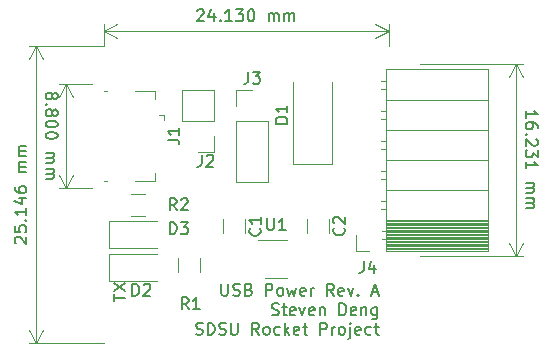
<source format=gbr>
G04 #@! TF.GenerationSoftware,KiCad,Pcbnew,5.1.6-c6e7f7d~86~ubuntu18.04.1*
G04 #@! TF.CreationDate,2020-05-25T21:41:21-07:00*
G04 #@! TF.ProjectId,usb_power,7573625f-706f-4776-9572-2e6b69636164,rev?*
G04 #@! TF.SameCoordinates,Original*
G04 #@! TF.FileFunction,Legend,Top*
G04 #@! TF.FilePolarity,Positive*
%FSLAX46Y46*%
G04 Gerber Fmt 4.6, Leading zero omitted, Abs format (unit mm)*
G04 Created by KiCad (PCBNEW 5.1.6-c6e7f7d~86~ubuntu18.04.1) date 2020-05-25 21:41:21*
%MOMM*%
%LPD*%
G01*
G04 APERTURE LIST*
%ADD10C,0.150000*%
%ADD11C,0.120000*%
G04 APERTURE END LIST*
D10*
X160463928Y-107784380D02*
X160463928Y-108593904D01*
X160511547Y-108689142D01*
X160559166Y-108736761D01*
X160654404Y-108784380D01*
X160844880Y-108784380D01*
X160940119Y-108736761D01*
X160987738Y-108689142D01*
X161035357Y-108593904D01*
X161035357Y-107784380D01*
X161463928Y-108736761D02*
X161606785Y-108784380D01*
X161844880Y-108784380D01*
X161940119Y-108736761D01*
X161987738Y-108689142D01*
X162035357Y-108593904D01*
X162035357Y-108498666D01*
X161987738Y-108403428D01*
X161940119Y-108355809D01*
X161844880Y-108308190D01*
X161654404Y-108260571D01*
X161559166Y-108212952D01*
X161511547Y-108165333D01*
X161463928Y-108070095D01*
X161463928Y-107974857D01*
X161511547Y-107879619D01*
X161559166Y-107832000D01*
X161654404Y-107784380D01*
X161892500Y-107784380D01*
X162035357Y-107832000D01*
X162797261Y-108260571D02*
X162940119Y-108308190D01*
X162987738Y-108355809D01*
X163035357Y-108451047D01*
X163035357Y-108593904D01*
X162987738Y-108689142D01*
X162940119Y-108736761D01*
X162844880Y-108784380D01*
X162463928Y-108784380D01*
X162463928Y-107784380D01*
X162797261Y-107784380D01*
X162892500Y-107832000D01*
X162940119Y-107879619D01*
X162987738Y-107974857D01*
X162987738Y-108070095D01*
X162940119Y-108165333D01*
X162892500Y-108212952D01*
X162797261Y-108260571D01*
X162463928Y-108260571D01*
X164225833Y-108784380D02*
X164225833Y-107784380D01*
X164606785Y-107784380D01*
X164702023Y-107832000D01*
X164749642Y-107879619D01*
X164797261Y-107974857D01*
X164797261Y-108117714D01*
X164749642Y-108212952D01*
X164702023Y-108260571D01*
X164606785Y-108308190D01*
X164225833Y-108308190D01*
X165368690Y-108784380D02*
X165273452Y-108736761D01*
X165225833Y-108689142D01*
X165178214Y-108593904D01*
X165178214Y-108308190D01*
X165225833Y-108212952D01*
X165273452Y-108165333D01*
X165368690Y-108117714D01*
X165511547Y-108117714D01*
X165606785Y-108165333D01*
X165654404Y-108212952D01*
X165702023Y-108308190D01*
X165702023Y-108593904D01*
X165654404Y-108689142D01*
X165606785Y-108736761D01*
X165511547Y-108784380D01*
X165368690Y-108784380D01*
X166035357Y-108117714D02*
X166225833Y-108784380D01*
X166416309Y-108308190D01*
X166606785Y-108784380D01*
X166797261Y-108117714D01*
X167559166Y-108736761D02*
X167463928Y-108784380D01*
X167273452Y-108784380D01*
X167178214Y-108736761D01*
X167130595Y-108641523D01*
X167130595Y-108260571D01*
X167178214Y-108165333D01*
X167273452Y-108117714D01*
X167463928Y-108117714D01*
X167559166Y-108165333D01*
X167606785Y-108260571D01*
X167606785Y-108355809D01*
X167130595Y-108451047D01*
X168035357Y-108784380D02*
X168035357Y-108117714D01*
X168035357Y-108308190D02*
X168082976Y-108212952D01*
X168130595Y-108165333D01*
X168225833Y-108117714D01*
X168321071Y-108117714D01*
X169987738Y-108784380D02*
X169654404Y-108308190D01*
X169416309Y-108784380D02*
X169416309Y-107784380D01*
X169797261Y-107784380D01*
X169892500Y-107832000D01*
X169940119Y-107879619D01*
X169987738Y-107974857D01*
X169987738Y-108117714D01*
X169940119Y-108212952D01*
X169892500Y-108260571D01*
X169797261Y-108308190D01*
X169416309Y-108308190D01*
X170797261Y-108736761D02*
X170702023Y-108784380D01*
X170511547Y-108784380D01*
X170416309Y-108736761D01*
X170368690Y-108641523D01*
X170368690Y-108260571D01*
X170416309Y-108165333D01*
X170511547Y-108117714D01*
X170702023Y-108117714D01*
X170797261Y-108165333D01*
X170844880Y-108260571D01*
X170844880Y-108355809D01*
X170368690Y-108451047D01*
X171178214Y-108117714D02*
X171416309Y-108784380D01*
X171654404Y-108117714D01*
X172035357Y-108689142D02*
X172082976Y-108736761D01*
X172035357Y-108784380D01*
X171987738Y-108736761D01*
X172035357Y-108689142D01*
X172035357Y-108784380D01*
X173225833Y-108498666D02*
X173702023Y-108498666D01*
X173130595Y-108784380D02*
X173463928Y-107784380D01*
X173797261Y-108784380D01*
X164749642Y-110386761D02*
X164892500Y-110434380D01*
X165130595Y-110434380D01*
X165225833Y-110386761D01*
X165273452Y-110339142D01*
X165321071Y-110243904D01*
X165321071Y-110148666D01*
X165273452Y-110053428D01*
X165225833Y-110005809D01*
X165130595Y-109958190D01*
X164940119Y-109910571D01*
X164844880Y-109862952D01*
X164797261Y-109815333D01*
X164749642Y-109720095D01*
X164749642Y-109624857D01*
X164797261Y-109529619D01*
X164844880Y-109482000D01*
X164940119Y-109434380D01*
X165178214Y-109434380D01*
X165321071Y-109482000D01*
X165606785Y-109767714D02*
X165987738Y-109767714D01*
X165749642Y-109434380D02*
X165749642Y-110291523D01*
X165797261Y-110386761D01*
X165892500Y-110434380D01*
X165987738Y-110434380D01*
X166702023Y-110386761D02*
X166606785Y-110434380D01*
X166416309Y-110434380D01*
X166321071Y-110386761D01*
X166273452Y-110291523D01*
X166273452Y-109910571D01*
X166321071Y-109815333D01*
X166416309Y-109767714D01*
X166606785Y-109767714D01*
X166702023Y-109815333D01*
X166749642Y-109910571D01*
X166749642Y-110005809D01*
X166273452Y-110101047D01*
X167082976Y-109767714D02*
X167321071Y-110434380D01*
X167559166Y-109767714D01*
X168321071Y-110386761D02*
X168225833Y-110434380D01*
X168035357Y-110434380D01*
X167940119Y-110386761D01*
X167892500Y-110291523D01*
X167892500Y-109910571D01*
X167940119Y-109815333D01*
X168035357Y-109767714D01*
X168225833Y-109767714D01*
X168321071Y-109815333D01*
X168368690Y-109910571D01*
X168368690Y-110005809D01*
X167892500Y-110101047D01*
X168797261Y-109767714D02*
X168797261Y-110434380D01*
X168797261Y-109862952D02*
X168844880Y-109815333D01*
X168940119Y-109767714D01*
X169082976Y-109767714D01*
X169178214Y-109815333D01*
X169225833Y-109910571D01*
X169225833Y-110434380D01*
X170463928Y-110434380D02*
X170463928Y-109434380D01*
X170702023Y-109434380D01*
X170844880Y-109482000D01*
X170940119Y-109577238D01*
X170987738Y-109672476D01*
X171035357Y-109862952D01*
X171035357Y-110005809D01*
X170987738Y-110196285D01*
X170940119Y-110291523D01*
X170844880Y-110386761D01*
X170702023Y-110434380D01*
X170463928Y-110434380D01*
X171844880Y-110386761D02*
X171749642Y-110434380D01*
X171559166Y-110434380D01*
X171463928Y-110386761D01*
X171416309Y-110291523D01*
X171416309Y-109910571D01*
X171463928Y-109815333D01*
X171559166Y-109767714D01*
X171749642Y-109767714D01*
X171844880Y-109815333D01*
X171892500Y-109910571D01*
X171892500Y-110005809D01*
X171416309Y-110101047D01*
X172321071Y-109767714D02*
X172321071Y-110434380D01*
X172321071Y-109862952D02*
X172368690Y-109815333D01*
X172463928Y-109767714D01*
X172606785Y-109767714D01*
X172702023Y-109815333D01*
X172749642Y-109910571D01*
X172749642Y-110434380D01*
X173654404Y-109767714D02*
X173654404Y-110577238D01*
X173606785Y-110672476D01*
X173559166Y-110720095D01*
X173463928Y-110767714D01*
X173321071Y-110767714D01*
X173225833Y-110720095D01*
X173654404Y-110386761D02*
X173559166Y-110434380D01*
X173368690Y-110434380D01*
X173273452Y-110386761D01*
X173225833Y-110339142D01*
X173178214Y-110243904D01*
X173178214Y-109958190D01*
X173225833Y-109862952D01*
X173273452Y-109815333D01*
X173368690Y-109767714D01*
X173559166Y-109767714D01*
X173654404Y-109815333D01*
X158321071Y-112036761D02*
X158463928Y-112084380D01*
X158702023Y-112084380D01*
X158797261Y-112036761D01*
X158844880Y-111989142D01*
X158892500Y-111893904D01*
X158892500Y-111798666D01*
X158844880Y-111703428D01*
X158797261Y-111655809D01*
X158702023Y-111608190D01*
X158511547Y-111560571D01*
X158416309Y-111512952D01*
X158368690Y-111465333D01*
X158321071Y-111370095D01*
X158321071Y-111274857D01*
X158368690Y-111179619D01*
X158416309Y-111132000D01*
X158511547Y-111084380D01*
X158749642Y-111084380D01*
X158892500Y-111132000D01*
X159321071Y-112084380D02*
X159321071Y-111084380D01*
X159559166Y-111084380D01*
X159702023Y-111132000D01*
X159797261Y-111227238D01*
X159844880Y-111322476D01*
X159892500Y-111512952D01*
X159892500Y-111655809D01*
X159844880Y-111846285D01*
X159797261Y-111941523D01*
X159702023Y-112036761D01*
X159559166Y-112084380D01*
X159321071Y-112084380D01*
X160273452Y-112036761D02*
X160416309Y-112084380D01*
X160654404Y-112084380D01*
X160749642Y-112036761D01*
X160797261Y-111989142D01*
X160844880Y-111893904D01*
X160844880Y-111798666D01*
X160797261Y-111703428D01*
X160749642Y-111655809D01*
X160654404Y-111608190D01*
X160463928Y-111560571D01*
X160368690Y-111512952D01*
X160321071Y-111465333D01*
X160273452Y-111370095D01*
X160273452Y-111274857D01*
X160321071Y-111179619D01*
X160368690Y-111132000D01*
X160463928Y-111084380D01*
X160702023Y-111084380D01*
X160844880Y-111132000D01*
X161273452Y-111084380D02*
X161273452Y-111893904D01*
X161321071Y-111989142D01*
X161368690Y-112036761D01*
X161463928Y-112084380D01*
X161654404Y-112084380D01*
X161749642Y-112036761D01*
X161797261Y-111989142D01*
X161844880Y-111893904D01*
X161844880Y-111084380D01*
X163654404Y-112084380D02*
X163321071Y-111608190D01*
X163082976Y-112084380D02*
X163082976Y-111084380D01*
X163463928Y-111084380D01*
X163559166Y-111132000D01*
X163606785Y-111179619D01*
X163654404Y-111274857D01*
X163654404Y-111417714D01*
X163606785Y-111512952D01*
X163559166Y-111560571D01*
X163463928Y-111608190D01*
X163082976Y-111608190D01*
X164225833Y-112084380D02*
X164130595Y-112036761D01*
X164082976Y-111989142D01*
X164035357Y-111893904D01*
X164035357Y-111608190D01*
X164082976Y-111512952D01*
X164130595Y-111465333D01*
X164225833Y-111417714D01*
X164368690Y-111417714D01*
X164463928Y-111465333D01*
X164511547Y-111512952D01*
X164559166Y-111608190D01*
X164559166Y-111893904D01*
X164511547Y-111989142D01*
X164463928Y-112036761D01*
X164368690Y-112084380D01*
X164225833Y-112084380D01*
X165416309Y-112036761D02*
X165321071Y-112084380D01*
X165130595Y-112084380D01*
X165035357Y-112036761D01*
X164987738Y-111989142D01*
X164940119Y-111893904D01*
X164940119Y-111608190D01*
X164987738Y-111512952D01*
X165035357Y-111465333D01*
X165130595Y-111417714D01*
X165321071Y-111417714D01*
X165416309Y-111465333D01*
X165844880Y-112084380D02*
X165844880Y-111084380D01*
X165940119Y-111703428D02*
X166225833Y-112084380D01*
X166225833Y-111417714D02*
X165844880Y-111798666D01*
X167035357Y-112036761D02*
X166940119Y-112084380D01*
X166749642Y-112084380D01*
X166654404Y-112036761D01*
X166606785Y-111941523D01*
X166606785Y-111560571D01*
X166654404Y-111465333D01*
X166749642Y-111417714D01*
X166940119Y-111417714D01*
X167035357Y-111465333D01*
X167082976Y-111560571D01*
X167082976Y-111655809D01*
X166606785Y-111751047D01*
X167368690Y-111417714D02*
X167749642Y-111417714D01*
X167511547Y-111084380D02*
X167511547Y-111941523D01*
X167559166Y-112036761D01*
X167654404Y-112084380D01*
X167749642Y-112084380D01*
X168844880Y-112084380D02*
X168844880Y-111084380D01*
X169225833Y-111084380D01*
X169321071Y-111132000D01*
X169368690Y-111179619D01*
X169416309Y-111274857D01*
X169416309Y-111417714D01*
X169368690Y-111512952D01*
X169321071Y-111560571D01*
X169225833Y-111608190D01*
X168844880Y-111608190D01*
X169844880Y-112084380D02*
X169844880Y-111417714D01*
X169844880Y-111608190D02*
X169892499Y-111512952D01*
X169940119Y-111465333D01*
X170035357Y-111417714D01*
X170130595Y-111417714D01*
X170606785Y-112084380D02*
X170511547Y-112036761D01*
X170463928Y-111989142D01*
X170416309Y-111893904D01*
X170416309Y-111608190D01*
X170463928Y-111512952D01*
X170511547Y-111465333D01*
X170606785Y-111417714D01*
X170749642Y-111417714D01*
X170844880Y-111465333D01*
X170892499Y-111512952D01*
X170940119Y-111608190D01*
X170940119Y-111893904D01*
X170892499Y-111989142D01*
X170844880Y-112036761D01*
X170749642Y-112084380D01*
X170606785Y-112084380D01*
X171368690Y-111417714D02*
X171368690Y-112274857D01*
X171321071Y-112370095D01*
X171225833Y-112417714D01*
X171178214Y-112417714D01*
X171368690Y-111084380D02*
X171321071Y-111132000D01*
X171368690Y-111179619D01*
X171416309Y-111132000D01*
X171368690Y-111084380D01*
X171368690Y-111179619D01*
X172225833Y-112036761D02*
X172130595Y-112084380D01*
X171940119Y-112084380D01*
X171844880Y-112036761D01*
X171797261Y-111941523D01*
X171797261Y-111560571D01*
X171844880Y-111465333D01*
X171940119Y-111417714D01*
X172130595Y-111417714D01*
X172225833Y-111465333D01*
X172273452Y-111560571D01*
X172273452Y-111655809D01*
X171797261Y-111751047D01*
X173130595Y-112036761D02*
X173035357Y-112084380D01*
X172844880Y-112084380D01*
X172749642Y-112036761D01*
X172702023Y-111989142D01*
X172654404Y-111893904D01*
X172654404Y-111608190D01*
X172702023Y-111512952D01*
X172749642Y-111465333D01*
X172844880Y-111417714D01*
X173035357Y-111417714D01*
X173130595Y-111465333D01*
X173416309Y-111417714D02*
X173797261Y-111417714D01*
X173559166Y-111084380D02*
X173559166Y-111941523D01*
X173606785Y-112036761D01*
X173702023Y-112084380D01*
X173797261Y-112084380D01*
X186237619Y-93723271D02*
X186237619Y-93151842D01*
X186237619Y-93437557D02*
X187237619Y-93437557D01*
X187094761Y-93342319D01*
X186999523Y-93247080D01*
X186951904Y-93151842D01*
X187237619Y-94580414D02*
X187237619Y-94389938D01*
X187190000Y-94294700D01*
X187142380Y-94247080D01*
X186999523Y-94151842D01*
X186809047Y-94104223D01*
X186428095Y-94104223D01*
X186332857Y-94151842D01*
X186285238Y-94199461D01*
X186237619Y-94294700D01*
X186237619Y-94485176D01*
X186285238Y-94580414D01*
X186332857Y-94628033D01*
X186428095Y-94675652D01*
X186666190Y-94675652D01*
X186761428Y-94628033D01*
X186809047Y-94580414D01*
X186856666Y-94485176D01*
X186856666Y-94294700D01*
X186809047Y-94199461D01*
X186761428Y-94151842D01*
X186666190Y-94104223D01*
X186332857Y-95104223D02*
X186285238Y-95151842D01*
X186237619Y-95104223D01*
X186285238Y-95056604D01*
X186332857Y-95104223D01*
X186237619Y-95104223D01*
X187142380Y-95532795D02*
X187190000Y-95580414D01*
X187237619Y-95675652D01*
X187237619Y-95913747D01*
X187190000Y-96008985D01*
X187142380Y-96056604D01*
X187047142Y-96104223D01*
X186951904Y-96104223D01*
X186809047Y-96056604D01*
X186237619Y-95485176D01*
X186237619Y-96104223D01*
X187237619Y-96437557D02*
X187237619Y-97056604D01*
X186856666Y-96723271D01*
X186856666Y-96866128D01*
X186809047Y-96961366D01*
X186761428Y-97008985D01*
X186666190Y-97056604D01*
X186428095Y-97056604D01*
X186332857Y-97008985D01*
X186285238Y-96961366D01*
X186237619Y-96866128D01*
X186237619Y-96580414D01*
X186285238Y-96485176D01*
X186332857Y-96437557D01*
X186237619Y-98008985D02*
X186237619Y-97437557D01*
X186237619Y-97723271D02*
X187237619Y-97723271D01*
X187094761Y-97628033D01*
X186999523Y-97532795D01*
X186951904Y-97437557D01*
X186237619Y-99199461D02*
X186904285Y-99199461D01*
X186809047Y-99199461D02*
X186856666Y-99247080D01*
X186904285Y-99342319D01*
X186904285Y-99485176D01*
X186856666Y-99580414D01*
X186761428Y-99628033D01*
X186237619Y-99628033D01*
X186761428Y-99628033D02*
X186856666Y-99675652D01*
X186904285Y-99770890D01*
X186904285Y-99913747D01*
X186856666Y-100008985D01*
X186761428Y-100056604D01*
X186237619Y-100056604D01*
X186237619Y-100532795D02*
X186904285Y-100532795D01*
X186809047Y-100532795D02*
X186856666Y-100580414D01*
X186904285Y-100675652D01*
X186904285Y-100818509D01*
X186856666Y-100913747D01*
X186761428Y-100961366D01*
X186237619Y-100961366D01*
X186761428Y-100961366D02*
X186856666Y-101008985D01*
X186904285Y-101104223D01*
X186904285Y-101247080D01*
X186856666Y-101342319D01*
X186761428Y-101389938D01*
X186237619Y-101389938D01*
D11*
X185420000Y-89179400D02*
X185420000Y-105410000D01*
X177328000Y-89179400D02*
X186006421Y-89179400D01*
X177328000Y-105410000D02*
X186006421Y-105410000D01*
X185420000Y-105410000D02*
X184833579Y-104283496D01*
X185420000Y-105410000D02*
X186006421Y-104283496D01*
X185420000Y-89179400D02*
X184833579Y-90305904D01*
X185420000Y-89179400D02*
X186006421Y-90305904D01*
D10*
X151344380Y-109219904D02*
X151344380Y-108648476D01*
X152344380Y-108934190D02*
X151344380Y-108934190D01*
X151344380Y-108410380D02*
X152344380Y-107743714D01*
X151344380Y-107743714D02*
X152344380Y-108410380D01*
X146169048Y-91773809D02*
X146216667Y-91678571D01*
X146264286Y-91630952D01*
X146359524Y-91583333D01*
X146407143Y-91583333D01*
X146502381Y-91630952D01*
X146550001Y-91678571D01*
X146597620Y-91773809D01*
X146597620Y-91964285D01*
X146550001Y-92059523D01*
X146502381Y-92107142D01*
X146407143Y-92154761D01*
X146359524Y-92154761D01*
X146264286Y-92107142D01*
X146216667Y-92059523D01*
X146169048Y-91964285D01*
X146169048Y-91773809D01*
X146121429Y-91678571D01*
X146073810Y-91630952D01*
X145978572Y-91583333D01*
X145788096Y-91583333D01*
X145692858Y-91630952D01*
X145645239Y-91678571D01*
X145597620Y-91773809D01*
X145597620Y-91964285D01*
X145645239Y-92059523D01*
X145692858Y-92107142D01*
X145788096Y-92154761D01*
X145978572Y-92154761D01*
X146073810Y-92107142D01*
X146121429Y-92059523D01*
X146169048Y-91964285D01*
X145692858Y-92583333D02*
X145645239Y-92630952D01*
X145597620Y-92583333D01*
X145645239Y-92535714D01*
X145692858Y-92583333D01*
X145597620Y-92583333D01*
X146169048Y-93202380D02*
X146216667Y-93107142D01*
X146264286Y-93059523D01*
X146359524Y-93011904D01*
X146407143Y-93011904D01*
X146502381Y-93059523D01*
X146550001Y-93107142D01*
X146597620Y-93202380D01*
X146597620Y-93392857D01*
X146550001Y-93488095D01*
X146502381Y-93535714D01*
X146407143Y-93583333D01*
X146359524Y-93583333D01*
X146264286Y-93535714D01*
X146216667Y-93488095D01*
X146169048Y-93392857D01*
X146169048Y-93202380D01*
X146121429Y-93107142D01*
X146073810Y-93059523D01*
X145978572Y-93011904D01*
X145788096Y-93011904D01*
X145692858Y-93059523D01*
X145645239Y-93107142D01*
X145597620Y-93202380D01*
X145597620Y-93392857D01*
X145645239Y-93488095D01*
X145692858Y-93535714D01*
X145788096Y-93583333D01*
X145978572Y-93583333D01*
X146073810Y-93535714D01*
X146121429Y-93488095D01*
X146169048Y-93392857D01*
X146597620Y-94202380D02*
X146597620Y-94297619D01*
X146550001Y-94392857D01*
X146502381Y-94440476D01*
X146407143Y-94488095D01*
X146216667Y-94535714D01*
X145978572Y-94535714D01*
X145788096Y-94488095D01*
X145692858Y-94440476D01*
X145645239Y-94392857D01*
X145597620Y-94297619D01*
X145597620Y-94202380D01*
X145645239Y-94107142D01*
X145692858Y-94059523D01*
X145788096Y-94011904D01*
X145978572Y-93964285D01*
X146216667Y-93964285D01*
X146407143Y-94011904D01*
X146502381Y-94059523D01*
X146550001Y-94107142D01*
X146597620Y-94202380D01*
X146597620Y-95154761D02*
X146597620Y-95250000D01*
X146550001Y-95345238D01*
X146502381Y-95392857D01*
X146407143Y-95440476D01*
X146216667Y-95488095D01*
X145978572Y-95488095D01*
X145788096Y-95440476D01*
X145692858Y-95392857D01*
X145645239Y-95345238D01*
X145597620Y-95250000D01*
X145597620Y-95154761D01*
X145645239Y-95059523D01*
X145692858Y-95011904D01*
X145788096Y-94964285D01*
X145978572Y-94916666D01*
X146216667Y-94916666D01*
X146407143Y-94964285D01*
X146502381Y-95011904D01*
X146550001Y-95059523D01*
X146597620Y-95154761D01*
X145597620Y-96678571D02*
X146264286Y-96678571D01*
X146169048Y-96678571D02*
X146216667Y-96726190D01*
X146264286Y-96821428D01*
X146264286Y-96964285D01*
X146216667Y-97059523D01*
X146121429Y-97107142D01*
X145597620Y-97107142D01*
X146121429Y-97107142D02*
X146216667Y-97154761D01*
X146264286Y-97250000D01*
X146264286Y-97392857D01*
X146216667Y-97488095D01*
X146121429Y-97535714D01*
X145597620Y-97535714D01*
X145597620Y-98011904D02*
X146264286Y-98011904D01*
X146169048Y-98011904D02*
X146216667Y-98059523D01*
X146264286Y-98154761D01*
X146264286Y-98297619D01*
X146216667Y-98392857D01*
X146121429Y-98440476D01*
X145597620Y-98440476D01*
X146121429Y-98440476D02*
X146216667Y-98488095D01*
X146264286Y-98583333D01*
X146264286Y-98726190D01*
X146216667Y-98821428D01*
X146121429Y-98869047D01*
X145597620Y-98869047D01*
D11*
X147320001Y-90850000D02*
X147320001Y-99650000D01*
X149522000Y-90850000D02*
X146733580Y-90850000D01*
X149522000Y-99650000D02*
X146733580Y-99650000D01*
X147320001Y-99650000D02*
X146733580Y-98523496D01*
X147320001Y-99650000D02*
X147906422Y-98523496D01*
X147320001Y-90850000D02*
X146733580Y-91976504D01*
X147320001Y-90850000D02*
X147906422Y-91976504D01*
D10*
X158417142Y-84637619D02*
X158464761Y-84590000D01*
X158560000Y-84542380D01*
X158798095Y-84542380D01*
X158893333Y-84590000D01*
X158940952Y-84637619D01*
X158988571Y-84732857D01*
X158988571Y-84828095D01*
X158940952Y-84970952D01*
X158369523Y-85542380D01*
X158988571Y-85542380D01*
X159845714Y-84875714D02*
X159845714Y-85542380D01*
X159607619Y-84494761D02*
X159369523Y-85209047D01*
X159988571Y-85209047D01*
X160369523Y-85447142D02*
X160417142Y-85494761D01*
X160369523Y-85542380D01*
X160321904Y-85494761D01*
X160369523Y-85447142D01*
X160369523Y-85542380D01*
X161369523Y-85542380D02*
X160798095Y-85542380D01*
X161083809Y-85542380D02*
X161083809Y-84542380D01*
X160988571Y-84685238D01*
X160893333Y-84780476D01*
X160798095Y-84828095D01*
X161702857Y-84542380D02*
X162321904Y-84542380D01*
X161988571Y-84923333D01*
X162131428Y-84923333D01*
X162226666Y-84970952D01*
X162274285Y-85018571D01*
X162321904Y-85113809D01*
X162321904Y-85351904D01*
X162274285Y-85447142D01*
X162226666Y-85494761D01*
X162131428Y-85542380D01*
X161845714Y-85542380D01*
X161750476Y-85494761D01*
X161702857Y-85447142D01*
X162940952Y-84542380D02*
X163036190Y-84542380D01*
X163131428Y-84590000D01*
X163179047Y-84637619D01*
X163226666Y-84732857D01*
X163274285Y-84923333D01*
X163274285Y-85161428D01*
X163226666Y-85351904D01*
X163179047Y-85447142D01*
X163131428Y-85494761D01*
X163036190Y-85542380D01*
X162940952Y-85542380D01*
X162845714Y-85494761D01*
X162798095Y-85447142D01*
X162750476Y-85351904D01*
X162702857Y-85161428D01*
X162702857Y-84923333D01*
X162750476Y-84732857D01*
X162798095Y-84637619D01*
X162845714Y-84590000D01*
X162940952Y-84542380D01*
X164464761Y-85542380D02*
X164464761Y-84875714D01*
X164464761Y-84970952D02*
X164512380Y-84923333D01*
X164607619Y-84875714D01*
X164750476Y-84875714D01*
X164845714Y-84923333D01*
X164893333Y-85018571D01*
X164893333Y-85542380D01*
X164893333Y-85018571D02*
X164940952Y-84923333D01*
X165036190Y-84875714D01*
X165179047Y-84875714D01*
X165274285Y-84923333D01*
X165321904Y-85018571D01*
X165321904Y-85542380D01*
X165798095Y-85542380D02*
X165798095Y-84875714D01*
X165798095Y-84970952D02*
X165845714Y-84923333D01*
X165940952Y-84875714D01*
X166083809Y-84875714D01*
X166179047Y-84923333D01*
X166226666Y-85018571D01*
X166226666Y-85542380D01*
X166226666Y-85018571D02*
X166274285Y-84923333D01*
X166369523Y-84875714D01*
X166512380Y-84875714D01*
X166607619Y-84923333D01*
X166655238Y-85018571D01*
X166655238Y-85542380D01*
D11*
X150495000Y-86360000D02*
X174625000Y-86360000D01*
X150495000Y-87630000D02*
X150495000Y-85773579D01*
X174625000Y-87630000D02*
X174625000Y-85773579D01*
X174625000Y-86360000D02*
X173498496Y-86946421D01*
X174625000Y-86360000D02*
X173498496Y-85773579D01*
X150495000Y-86360000D02*
X151621504Y-86946421D01*
X150495000Y-86360000D02*
X151621504Y-85773579D01*
D10*
X143057619Y-104345857D02*
X143010000Y-104298238D01*
X142962380Y-104203000D01*
X142962380Y-103964904D01*
X143010000Y-103869666D01*
X143057619Y-103822047D01*
X143152857Y-103774428D01*
X143248095Y-103774428D01*
X143390952Y-103822047D01*
X143962380Y-104393476D01*
X143962380Y-103774428D01*
X142962380Y-102869666D02*
X142962380Y-103345857D01*
X143438571Y-103393476D01*
X143390952Y-103345857D01*
X143343333Y-103250619D01*
X143343333Y-103012523D01*
X143390952Y-102917285D01*
X143438571Y-102869666D01*
X143533809Y-102822047D01*
X143771904Y-102822047D01*
X143867142Y-102869666D01*
X143914761Y-102917285D01*
X143962380Y-103012523D01*
X143962380Y-103250619D01*
X143914761Y-103345857D01*
X143867142Y-103393476D01*
X143867142Y-102393476D02*
X143914761Y-102345857D01*
X143962380Y-102393476D01*
X143914761Y-102441095D01*
X143867142Y-102393476D01*
X143962380Y-102393476D01*
X143962380Y-101393476D02*
X143962380Y-101964904D01*
X143962380Y-101679190D02*
X142962380Y-101679190D01*
X143105238Y-101774428D01*
X143200476Y-101869666D01*
X143248095Y-101964904D01*
X143295714Y-100536333D02*
X143962380Y-100536333D01*
X142914761Y-100774428D02*
X143629047Y-101012523D01*
X143629047Y-100393476D01*
X142962380Y-99583952D02*
X142962380Y-99774428D01*
X143010000Y-99869666D01*
X143057619Y-99917285D01*
X143200476Y-100012523D01*
X143390952Y-100060142D01*
X143771904Y-100060142D01*
X143867142Y-100012523D01*
X143914761Y-99964904D01*
X143962380Y-99869666D01*
X143962380Y-99679190D01*
X143914761Y-99583952D01*
X143867142Y-99536333D01*
X143771904Y-99488714D01*
X143533809Y-99488714D01*
X143438571Y-99536333D01*
X143390952Y-99583952D01*
X143343333Y-99679190D01*
X143343333Y-99869666D01*
X143390952Y-99964904D01*
X143438571Y-100012523D01*
X143533809Y-100060142D01*
X143962380Y-98298238D02*
X143295714Y-98298238D01*
X143390952Y-98298238D02*
X143343333Y-98250619D01*
X143295714Y-98155380D01*
X143295714Y-98012523D01*
X143343333Y-97917285D01*
X143438571Y-97869666D01*
X143962380Y-97869666D01*
X143438571Y-97869666D02*
X143343333Y-97822047D01*
X143295714Y-97726809D01*
X143295714Y-97583952D01*
X143343333Y-97488714D01*
X143438571Y-97441095D01*
X143962380Y-97441095D01*
X143962380Y-96964904D02*
X143295714Y-96964904D01*
X143390952Y-96964904D02*
X143343333Y-96917285D01*
X143295714Y-96822047D01*
X143295714Y-96679190D01*
X143343333Y-96583952D01*
X143438571Y-96536333D01*
X143962380Y-96536333D01*
X143438571Y-96536333D02*
X143343333Y-96488714D01*
X143295714Y-96393476D01*
X143295714Y-96250619D01*
X143343333Y-96155380D01*
X143438571Y-96107761D01*
X143962380Y-96107761D01*
D11*
X144780000Y-112776000D02*
X144780000Y-87630000D01*
X150495000Y-112776000D02*
X144193579Y-112776000D01*
X150495000Y-87630000D02*
X144193579Y-87630000D01*
X144780000Y-87630000D02*
X145366421Y-88756504D01*
X144780000Y-87630000D02*
X144193579Y-88756504D01*
X144780000Y-112776000D02*
X145366421Y-111649496D01*
X144780000Y-112776000D02*
X144193579Y-111649496D01*
X154872000Y-91440000D02*
X154872000Y-92100000D01*
X153142000Y-91440000D02*
X154872000Y-91440000D01*
X150572000Y-99060000D02*
X150782000Y-99060000D01*
X150572000Y-91440000D02*
X150782000Y-91440000D01*
X153142000Y-99060000D02*
X154872000Y-99060000D01*
X154872000Y-99060000D02*
X154872000Y-98410000D01*
X155572000Y-93490000D02*
X155572000Y-93940000D01*
X155572000Y-93490000D02*
X155182000Y-93490000D01*
X153981564Y-100182000D02*
X152777436Y-100182000D01*
X153981564Y-102002000D02*
X152777436Y-102002000D01*
X156824000Y-105606436D02*
X156824000Y-106810564D01*
X158644000Y-105606436D02*
X158644000Y-106810564D01*
X172974000Y-104962000D02*
X171864000Y-104962000D01*
X171864000Y-104962000D02*
X171864000Y-103632000D01*
X183064000Y-104962000D02*
X183064000Y-89602000D01*
X183064000Y-89602000D02*
X174434000Y-89602000D01*
X174434000Y-104962000D02*
X174434000Y-89602000D01*
X183064000Y-104962000D02*
X174434000Y-104962000D01*
X183064000Y-92202000D02*
X174434000Y-92202000D01*
X183064000Y-94742000D02*
X174434000Y-94742000D01*
X183064000Y-97282000D02*
X174434000Y-97282000D01*
X183064000Y-99822000D02*
X174434000Y-99822000D01*
X183064000Y-102362000D02*
X174434000Y-102362000D01*
X174434000Y-90572000D02*
X174024000Y-90572000D01*
X174434000Y-91292000D02*
X174024000Y-91292000D01*
X174434000Y-93112000D02*
X174024000Y-93112000D01*
X174434000Y-93832000D02*
X174024000Y-93832000D01*
X174434000Y-95652000D02*
X174024000Y-95652000D01*
X174434000Y-96372000D02*
X174024000Y-96372000D01*
X174434000Y-98192000D02*
X174024000Y-98192000D01*
X174434000Y-98912000D02*
X174024000Y-98912000D01*
X174434000Y-100732000D02*
X174024000Y-100732000D01*
X174434000Y-101452000D02*
X174024000Y-101452000D01*
X174434000Y-103272000D02*
X174084000Y-103272000D01*
X174434000Y-103992000D02*
X174084000Y-103992000D01*
X183064000Y-102480100D02*
X174434000Y-102480100D01*
X183064000Y-102598195D02*
X174434000Y-102598195D01*
X183064000Y-102716290D02*
X174434000Y-102716290D01*
X183064000Y-102834385D02*
X174434000Y-102834385D01*
X183064000Y-102952480D02*
X174434000Y-102952480D01*
X183064000Y-103070575D02*
X174434000Y-103070575D01*
X183064000Y-103188670D02*
X174434000Y-103188670D01*
X183064000Y-103306765D02*
X174434000Y-103306765D01*
X183064000Y-103424860D02*
X174434000Y-103424860D01*
X183064000Y-103542955D02*
X174434000Y-103542955D01*
X183064000Y-103661050D02*
X174434000Y-103661050D01*
X183064000Y-103779145D02*
X174434000Y-103779145D01*
X183064000Y-103897240D02*
X174434000Y-103897240D01*
X183064000Y-104015335D02*
X174434000Y-104015335D01*
X183064000Y-104133430D02*
X174434000Y-104133430D01*
X183064000Y-104251525D02*
X174434000Y-104251525D01*
X183064000Y-104369620D02*
X174434000Y-104369620D01*
X183064000Y-104487715D02*
X174434000Y-104487715D01*
X183064000Y-104605810D02*
X174434000Y-104605810D01*
X183064000Y-104723905D02*
X174434000Y-104723905D01*
X183064000Y-104842000D02*
X174434000Y-104842000D01*
X150919500Y-104767000D02*
X154979500Y-104767000D01*
X150919500Y-102497000D02*
X150919500Y-104767000D01*
X154979500Y-102497000D02*
X150919500Y-102497000D01*
X150919500Y-107561000D02*
X154979500Y-107561000D01*
X150919500Y-105291000D02*
X150919500Y-107561000D01*
X154979500Y-105291000D02*
X150919500Y-105291000D01*
X162454000Y-102304436D02*
X162454000Y-103508564D01*
X160634000Y-102304436D02*
X160634000Y-103508564D01*
X167746000Y-102267936D02*
X167746000Y-103472064D01*
X169566000Y-102267936D02*
X169566000Y-103472064D01*
X166498000Y-97618000D02*
X169798000Y-97618000D01*
X169798000Y-97618000D02*
X169798000Y-90718000D01*
X166498000Y-97618000D02*
X166498000Y-90718000D01*
X159826000Y-91380000D02*
X157166000Y-91380000D01*
X159826000Y-93980000D02*
X159826000Y-91380000D01*
X157166000Y-93980000D02*
X157166000Y-91380000D01*
X159826000Y-93980000D02*
X157166000Y-93980000D01*
X159826000Y-95250000D02*
X159826000Y-96580000D01*
X159826000Y-96580000D02*
X158496000Y-96580000D01*
X161738000Y-99120000D02*
X164398000Y-99120000D01*
X161738000Y-93980000D02*
X161738000Y-99120000D01*
X164398000Y-93980000D02*
X164398000Y-99120000D01*
X161738000Y-93980000D02*
X164398000Y-93980000D01*
X161738000Y-92710000D02*
X161738000Y-91380000D01*
X161738000Y-91380000D02*
X163068000Y-91380000D01*
X164200000Y-107274000D02*
X166000000Y-107274000D01*
X166000000Y-104054000D02*
X163550000Y-104054000D01*
D10*
X155914380Y-95583333D02*
X156628666Y-95583333D01*
X156771523Y-95630952D01*
X156866761Y-95726190D01*
X156914380Y-95869047D01*
X156914380Y-95964285D01*
X156914380Y-94583333D02*
X156914380Y-95154761D01*
X156914380Y-94869047D02*
X155914380Y-94869047D01*
X156057238Y-94964285D01*
X156152476Y-95059523D01*
X156200095Y-95154761D01*
X156678333Y-101544380D02*
X156345000Y-101068190D01*
X156106904Y-101544380D02*
X156106904Y-100544380D01*
X156487857Y-100544380D01*
X156583095Y-100592000D01*
X156630714Y-100639619D01*
X156678333Y-100734857D01*
X156678333Y-100877714D01*
X156630714Y-100972952D01*
X156583095Y-101020571D01*
X156487857Y-101068190D01*
X156106904Y-101068190D01*
X157059285Y-100639619D02*
X157106904Y-100592000D01*
X157202142Y-100544380D01*
X157440238Y-100544380D01*
X157535476Y-100592000D01*
X157583095Y-100639619D01*
X157630714Y-100734857D01*
X157630714Y-100830095D01*
X157583095Y-100972952D01*
X157011666Y-101544380D01*
X157630714Y-101544380D01*
X157694333Y-109926380D02*
X157361000Y-109450190D01*
X157122904Y-109926380D02*
X157122904Y-108926380D01*
X157503857Y-108926380D01*
X157599095Y-108974000D01*
X157646714Y-109021619D01*
X157694333Y-109116857D01*
X157694333Y-109259714D01*
X157646714Y-109354952D01*
X157599095Y-109402571D01*
X157503857Y-109450190D01*
X157122904Y-109450190D01*
X158646714Y-109926380D02*
X158075285Y-109926380D01*
X158361000Y-109926380D02*
X158361000Y-108926380D01*
X158265761Y-109069238D01*
X158170523Y-109164476D01*
X158075285Y-109212095D01*
X172513666Y-105854380D02*
X172513666Y-106568666D01*
X172466047Y-106711523D01*
X172370809Y-106806761D01*
X172227952Y-106854380D01*
X172132714Y-106854380D01*
X173418428Y-106187714D02*
X173418428Y-106854380D01*
X173180333Y-105806761D02*
X172942238Y-106521047D01*
X173561285Y-106521047D01*
X156106904Y-103576380D02*
X156106904Y-102576380D01*
X156345000Y-102576380D01*
X156487857Y-102624000D01*
X156583095Y-102719238D01*
X156630714Y-102814476D01*
X156678333Y-103004952D01*
X156678333Y-103147809D01*
X156630714Y-103338285D01*
X156583095Y-103433523D01*
X156487857Y-103528761D01*
X156345000Y-103576380D01*
X156106904Y-103576380D01*
X157011666Y-102576380D02*
X157630714Y-102576380D01*
X157297380Y-102957333D01*
X157440238Y-102957333D01*
X157535476Y-103004952D01*
X157583095Y-103052571D01*
X157630714Y-103147809D01*
X157630714Y-103385904D01*
X157583095Y-103481142D01*
X157535476Y-103528761D01*
X157440238Y-103576380D01*
X157154523Y-103576380D01*
X157059285Y-103528761D01*
X157011666Y-103481142D01*
X152931904Y-108783380D02*
X152931904Y-107783380D01*
X153170000Y-107783380D01*
X153312857Y-107831000D01*
X153408095Y-107926238D01*
X153455714Y-108021476D01*
X153503333Y-108211952D01*
X153503333Y-108354809D01*
X153455714Y-108545285D01*
X153408095Y-108640523D01*
X153312857Y-108735761D01*
X153170000Y-108783380D01*
X152931904Y-108783380D01*
X153884285Y-107878619D02*
X153931904Y-107831000D01*
X154027142Y-107783380D01*
X154265238Y-107783380D01*
X154360476Y-107831000D01*
X154408095Y-107878619D01*
X154455714Y-107973857D01*
X154455714Y-108069095D01*
X154408095Y-108211952D01*
X153836666Y-108783380D01*
X154455714Y-108783380D01*
X163721142Y-103073166D02*
X163768761Y-103120785D01*
X163816380Y-103263642D01*
X163816380Y-103358880D01*
X163768761Y-103501738D01*
X163673523Y-103596976D01*
X163578285Y-103644595D01*
X163387809Y-103692214D01*
X163244952Y-103692214D01*
X163054476Y-103644595D01*
X162959238Y-103596976D01*
X162864000Y-103501738D01*
X162816380Y-103358880D01*
X162816380Y-103263642D01*
X162864000Y-103120785D01*
X162911619Y-103073166D01*
X163816380Y-102120785D02*
X163816380Y-102692214D01*
X163816380Y-102406500D02*
X162816380Y-102406500D01*
X162959238Y-102501738D01*
X163054476Y-102596976D01*
X163102095Y-102692214D01*
X170833142Y-103036666D02*
X170880761Y-103084285D01*
X170928380Y-103227142D01*
X170928380Y-103322380D01*
X170880761Y-103465238D01*
X170785523Y-103560476D01*
X170690285Y-103608095D01*
X170499809Y-103655714D01*
X170356952Y-103655714D01*
X170166476Y-103608095D01*
X170071238Y-103560476D01*
X169976000Y-103465238D01*
X169928380Y-103322380D01*
X169928380Y-103227142D01*
X169976000Y-103084285D01*
X170023619Y-103036666D01*
X170023619Y-102655714D02*
X169976000Y-102608095D01*
X169928380Y-102512857D01*
X169928380Y-102274761D01*
X169976000Y-102179523D01*
X170023619Y-102131904D01*
X170118857Y-102084285D01*
X170214095Y-102084285D01*
X170356952Y-102131904D01*
X170928380Y-102703333D01*
X170928380Y-102084285D01*
X166060380Y-94210095D02*
X165060380Y-94210095D01*
X165060380Y-93972000D01*
X165108000Y-93829142D01*
X165203238Y-93733904D01*
X165298476Y-93686285D01*
X165488952Y-93638666D01*
X165631809Y-93638666D01*
X165822285Y-93686285D01*
X165917523Y-93733904D01*
X166012761Y-93829142D01*
X166060380Y-93972000D01*
X166060380Y-94210095D01*
X166060380Y-92686285D02*
X166060380Y-93257714D01*
X166060380Y-92972000D02*
X165060380Y-92972000D01*
X165203238Y-93067238D01*
X165298476Y-93162476D01*
X165346095Y-93257714D01*
X158797666Y-96861380D02*
X158797666Y-97575666D01*
X158750047Y-97718523D01*
X158654809Y-97813761D01*
X158511952Y-97861380D01*
X158416714Y-97861380D01*
X159226238Y-96956619D02*
X159273857Y-96909000D01*
X159369095Y-96861380D01*
X159607190Y-96861380D01*
X159702428Y-96909000D01*
X159750047Y-96956619D01*
X159797666Y-97051857D01*
X159797666Y-97147095D01*
X159750047Y-97289952D01*
X159178619Y-97861380D01*
X159797666Y-97861380D01*
X162734666Y-89832380D02*
X162734666Y-90546666D01*
X162687047Y-90689523D01*
X162591809Y-90784761D01*
X162448952Y-90832380D01*
X162353714Y-90832380D01*
X163115619Y-89832380D02*
X163734666Y-89832380D01*
X163401333Y-90213333D01*
X163544190Y-90213333D01*
X163639428Y-90260952D01*
X163687047Y-90308571D01*
X163734666Y-90403809D01*
X163734666Y-90641904D01*
X163687047Y-90737142D01*
X163639428Y-90784761D01*
X163544190Y-90832380D01*
X163258476Y-90832380D01*
X163163238Y-90784761D01*
X163115619Y-90737142D01*
X164338095Y-102216380D02*
X164338095Y-103025904D01*
X164385714Y-103121142D01*
X164433333Y-103168761D01*
X164528571Y-103216380D01*
X164719047Y-103216380D01*
X164814285Y-103168761D01*
X164861904Y-103121142D01*
X164909523Y-103025904D01*
X164909523Y-102216380D01*
X165909523Y-103216380D02*
X165338095Y-103216380D01*
X165623809Y-103216380D02*
X165623809Y-102216380D01*
X165528571Y-102359238D01*
X165433333Y-102454476D01*
X165338095Y-102502095D01*
M02*

</source>
